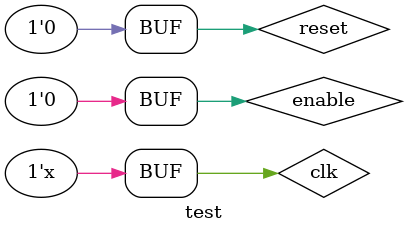
<source format=v>
`timescale 1ns / 1ps

module test();
  
reg clk ,enable,reset ;
wire tkl ;
parameter final = 64 ;


timer #(.final(final)) u1(.clk(clk),.enable(enable),.reset(reset),.tkl(tkl));


always #2 clk= ~clk ;

initial
begin
clk =1'b1 ;
#5 reset =1'b1;
#2 reset =1'b0;
enable =1'b1 ;
 #1024 
  #1024 
   #1024 
    #1024 
    enable = 1'b0;
    
end

endmodule  
  


   
</source>
